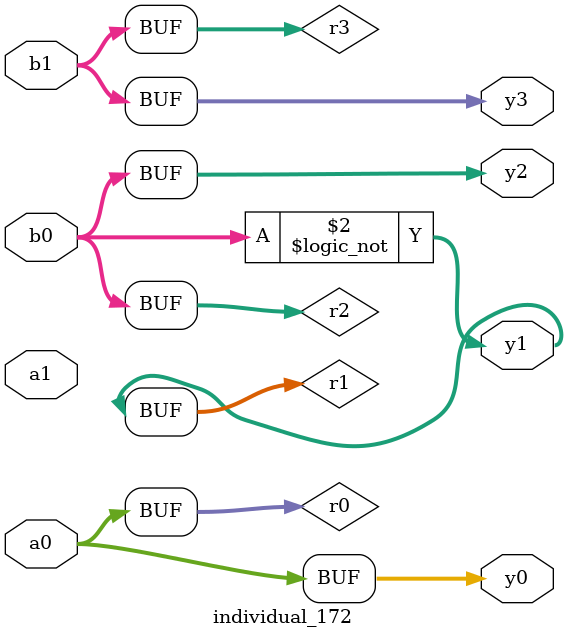
<source format=sv>
module individual_172(input logic [15:0] a1, input logic [15:0] a0, input logic [15:0] b1, input logic [15:0] b0, output logic [15:0] y3, output logic [15:0] y2, output logic [15:0] y1, output logic [15:0] y0);
logic [15:0] r0, r1, r2, r3; 
 always@(*) begin 
	 r0 = a0; r1 = a1; r2 = b0; r3 = b1; 
 	 r1 = ! r2 ;
 	 y3 = r3; y2 = r2; y1 = r1; y0 = r0; 
end
endmodule
</source>
